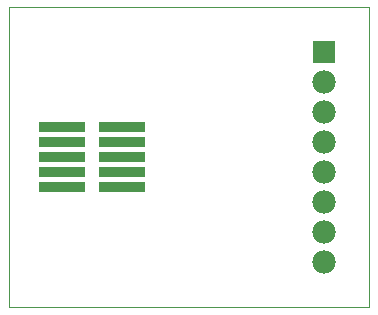
<source format=gts>
G75*
G70*
%OFA0B0*%
%FSLAX24Y24*%
%IPPOS*%
%LPD*%
%AMOC8*
5,1,8,0,0,1.08239X$1,22.5*
%
%ADD10C,0.0000*%
%ADD11R,0.1540X0.0330*%
%ADD12R,0.0780X0.0780*%
%ADD13C,0.0780*%
D10*
X000100Y000100D02*
X000100Y010100D01*
X012100Y010100D01*
X012100Y000100D01*
X000100Y000100D01*
D11*
X001850Y004100D03*
X001850Y004600D03*
X001850Y005100D03*
X001850Y005600D03*
X001850Y006100D03*
X003850Y006100D03*
X003850Y005600D03*
X003850Y005100D03*
X003850Y004600D03*
X003850Y004100D03*
D12*
X010600Y008600D03*
D13*
X010600Y007600D03*
X010600Y006600D03*
X010600Y005600D03*
X010600Y004600D03*
X010600Y003600D03*
X010600Y002600D03*
X010600Y001600D03*
M02*

</source>
